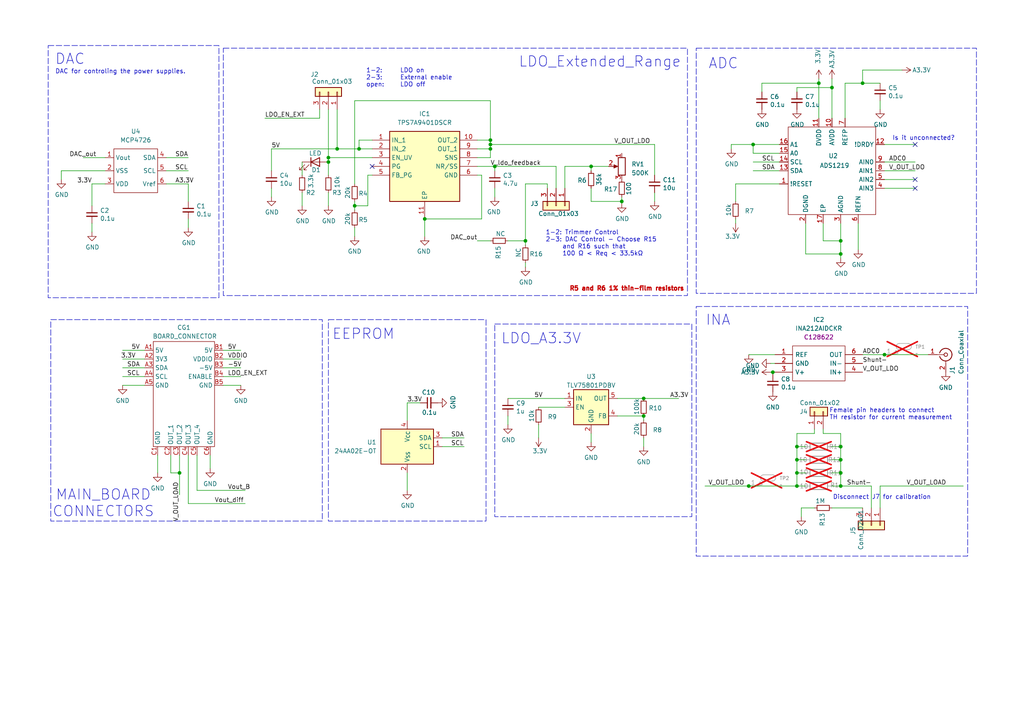
<source format=kicad_sch>
(kicad_sch (version 20250114) (generator "eeschema") (generator_version "9.0")
  (paper "A4")
  (lib_symbols
    (symbol "Connector:Conn_Coaxial" (pin_names (offset 1.016) (hide yes))
      (property "Reference" "J" (at 0.254 3.048 0))
      (property "Value" "Conn_Coaxial" (at 2.921 0 90))
      (symbol "Conn_Coaxial_0_1"
        (polyline (pts (xy -2.54 0) (xy -0.508 0)))
        (arc (start 1.778 0) (mid 0.222 -1.8079) (end -1.778 -0.508) (stroke (width 0.254)))
        (arc (start -1.778 0.508) (mid 0.2221 1.8084) (end 1.778 0) (stroke (width 0.254)))
        (circle (center 0 0) (radius 0.508) (stroke (width 0.2032)))
        (polyline (pts (xy 0 -2.54) (xy 0 -1.778)))
      )
      (symbol "Conn_Coaxial_1_1"
        (pin passive line (at -5.08 0 0) (length 2.54) (name "In") (number "1"))
        (pin passive line (at 0 -5.08 90) (length 2.54) (name "Ext") (number "2"))
      )
    )
    (symbol "Connector_Generic:Conn_01x02" (pin_names (offset 1.016) (hide yes))
      (property "Reference" "J" (at 0 2.54 0))
      (property "Value" "Conn_01x02" (at 0 -5.08 0))
      (symbol "Conn_01x02_1_1"
        (rectangle (start -1.27 1.27) (end 1.27 -3.81) (stroke (width 0.254)) (fill (type background)))
        (rectangle (start -1.27 0.127) (end 0 -0.127) (stroke (width 0.1524)))
        (rectangle (start -1.27 -2.413) (end 0 -2.667) (stroke (width 0.1524)))
        (pin passive line (at -5.08 0 0) (length 3.81) (name "Pin_1") (number "1"))
        (pin passive line (at -5.08 -2.54 0) (length 3.81) (name "Pin_2") (number "2"))
      )
    )
    (symbol "Connector_Generic:Conn_01x03" (pin_names (offset 1.016) (hide yes))
      (property "Reference" "J" (at 0 5.08 0))
      (property "Value" "Conn_01x03" (at 0 -5.08 0))
      (symbol "Conn_01x03_1_1"
        (rectangle (start -1.27 3.81) (end 1.27 -3.81) (stroke (width 0.254)) (fill (type background)))
        (rectangle (start -1.27 2.667) (end 0 2.413) (stroke (width 0.1524)))
        (rectangle (start -1.27 0.127) (end 0 -0.127) (stroke (width 0.1524)))
        (rectangle (start -1.27 -2.413) (end 0 -2.667) (stroke (width 0.1524)))
        (pin passive line (at -5.08 2.54 0) (length 3.81) (name "Pin_1") (number "1"))
        (pin passive line (at -5.08 0 0) (length 3.81) (name "Pin_2") (number "2"))
        (pin passive line (at -5.08 -2.54 0) (length 3.81) (name "Pin_3") (number "3"))
      )
    )
    (symbol "Device:C_Small" (pin_numbers (hide yes)) (pin_names (offset 0.254) (hide yes))
      (property "Reference" "C" (at 0.254 1.778 0))
      (property "Value" "C_Small" (at 0.254 -2.032 0))
      (symbol "C_Small_0_1"
        (polyline (pts (xy -1.524 0.508) (xy 1.524 0.508)) (stroke (width 0.3048)))
        (polyline (pts (xy -1.524 -0.508) (xy 1.524 -0.508)) (stroke (width 0.3302)))
      )
      (symbol "C_Small_1_1"
        (pin passive line (at 0 2.54 270) (length 2.032) (name "~") (number "1"))
        (pin passive line (at 0 -2.54 90) (length 2.032) (name "~") (number "2"))
      )
    )
    (symbol "Device:LED" (pin_numbers (hide yes)) (pin_names (offset 1.016) (hide yes))
      (property "Reference" "D" (at 0 2.54 0))
      (property "Value" "LED" (at 0 -2.54 0))
      (symbol "LED_0_1"
        (polyline (pts (xy -3.048 -0.762) (xy -4.572 -2.286) (xy -3.81 -2.286) (xy -4.572 -2.286) (xy -4.572 -1.524)))
        (polyline (pts (xy -1.778 -0.762) (xy -3.302 -2.286) (xy -2.54 -2.286) (xy -3.302 -2.286) (xy -3.302 -1.524)))
        (polyline (pts (xy -1.27 0) (xy 1.27 0)))
        (polyline (pts (xy -1.27 -1.27) (xy -1.27 1.27)) (stroke (width 0.254)))
        (polyline (pts (xy 1.27 -1.27) (xy 1.27 1.27) (xy -1.27 0) (xy 1.27 -1.27)) (stroke (width 0.254)))
      )
      (symbol "LED_1_1"
        (pin passive line (at -3.81 0 0) (length 2.54) (name "K") (number "1"))
        (pin passive line (at 3.81 0 180) (length 2.54) (name "A") (number "2"))
      )
    )
    (symbol "Device:R" (pin_numbers (hide yes)) (pin_names (offset 0))
      (property "Reference" "R" (at 2.032 0 90))
      (property "Value" "R" (at 0 0 90))
      (symbol "R_0_1"
        (rectangle (start -1.016 -2.54) (end 1.016 2.54) (stroke (width 0.254)))
      )
      (symbol "R_1_1"
        (pin passive line (at 0 3.81 270) (length 1.27) (name "~") (number "1"))
        (pin passive line (at 0 -3.81 90) (length 1.27) (name "~") (number "2"))
      )
    )
    (symbol "Device:R_Potentiometer" (pin_names (offset 1.016) (hide yes))
      (property "Reference" "RV" (at -4.445 0 90))
      (property "Value" "R_Potentiometer" (at -2.54 0 90))
      (symbol "R_Potentiometer_0_1"
        (rectangle (start 1.016 2.54) (end -1.016 -2.54) (stroke (width 0.254)))
        (polyline (pts (xy 1.143 0) (xy 2.286 0.508) (xy 2.286 -0.508) (xy 1.143 0)) (fill (type outline)))
        (polyline (pts (xy 2.54 0) (xy 1.524 0)))
      )
      (symbol "R_Potentiometer_1_1"
        (pin passive line (at 0 3.81 270) (length 1.27) (name "1") (number "1"))
        (pin passive line (at 0 -3.81 90) (length 1.27) (name "3") (number "3"))
        (pin passive line (at 3.81 0 180) (length 1.27) (name "2") (number "2"))
      )
    )
    (symbol "Device:R_Small" (pin_numbers (hide yes)) (pin_names (offset 0.254) (hide yes))
      (property "Reference" "R" (at 0.762 0.508 0))
      (property "Value" "R_Small" (at 0.762 -1.016 0))
      (symbol "R_Small_0_1"
        (rectangle (start -0.762 1.778) (end 0.762 -1.778) (stroke (width 0.2032)))
      )
      (symbol "R_Small_1_1"
        (pin passive line (at 0 2.54 270) (length 0.762) (name "~") (number "1"))
        (pin passive line (at 0 -2.54 90) (length 0.762) (name "~") (number "2"))
      )
    )
    (symbol "External-lib:ADS1219"
      (property "Reference" "U" (at 0 0 0))
      (symbol "ADS1219_0_1"
        (rectangle (start -12.7 12.7) (end 12.7 -12.7))
      )
      (symbol "ADS1219_1_1"
        (pin input line (at -15.24 7.62 0) (length 2.54) (name "A1") (number "16"))
        (pin input line (at -15.24 5.08 0) (length 2.54) (name "A0") (number "15"))
        (pin input line (at -15.24 2.54 0) (length 2.54) (name "SCL") (number "14"))
        (pin bidirectional line (at -15.24 0 0) (length 2.54) (name "SDA") (number "13"))
        (pin bidirectional line (at -15.24 -3.81 0) (length 2.54) (name "!RESET") (number "1"))
        (pin bidirectional line (at -7.62 -15.24 90) (length 2.54) (name "DGND") (number "2"))
        (pin bidirectional line (at -3.81 15.24 270) (length 2.54) (name "DVDD") (number "11"))
        (pin bidirectional line (at -2.54 -15.24 90) (length 2.54) (name "EP") (number "17"))
        (pin bidirectional line (at 0 15.24 270) (length 2.54) (name "AVDD") (number "10"))
        (pin bidirectional line (at 2.54 -15.24 90) (length 2.54) (name "AGND") (number "3"))
        (pin bidirectional line (at 3.81 15.24 270) (length 2.54) (name "REFP") (number "7"))
        (pin bidirectional line (at 7.62 -15.24 90) (length 2.54) (name "REFN") (number "6"))
        (pin bidirectional line (at 15.24 7.62 180) (length 2.54) (name "!DRDY") (number "12"))
        (pin bidirectional line (at 15.24 2.54 180) (length 2.54) (name "AIN0") (number "9"))
        (pin bidirectional line (at 15.24 0 180) (length 2.54) (name "AIN1") (number "8"))
        (pin bidirectional line (at 15.24 -2.54 180) (length 2.54) (name "AIN2") (number "5"))
        (pin bidirectional line (at 15.24 -5.08 180) (length 2.54) (name "AIN3") (number "4"))
      )
    )
    (symbol "External-lib:INA212AIDCKR" (pin_names (offset 0.762))
      (property "Reference" "IC" (at 21.59 7.62 0))
      (property "Value" "INA212AIDCKR" (at 21.59 5.08 0))
      (property "LCSC" "C128622" (at 0 0 0))
      (symbol "INA212AIDCKR_0_0"
        (pin passive line (at 0 0 0) (length 5.08) (name "REF") (number "1"))
        (pin passive line (at 0 -2.54 0) (length 5.08) (name "GND") (number "2"))
        (pin passive line (at 0 -5.08 0) (length 5.08) (name "V+") (number "3"))
        (pin passive line (at 25.4 0 180) (length 5.08) (name "OUT") (number "6"))
        (pin passive line (at 25.4 -2.54 180) (length 5.08) (name "IN-") (number "5"))
        (pin passive line (at 25.4 -5.08 180) (length 5.08) (name "IN+") (number "4"))
      )
      (symbol "INA212AIDCKR_0_1"
        (polyline (pts (xy 5.08 2.54) (xy 20.32 2.54) (xy 20.32 -7.62) (xy 5.08 -7.62) (xy 5.08 2.54)) (stroke (width 0.1524)))
      )
    )
    (symbol "External-lib:MCP4726-SOT23"
      (property "Reference" "U" (at 0 0 0))
      (symbol "MCP4726-SOT23_0_1"
        (rectangle (start -6.35 6.35) (end 6.35 -6.35))
      )
      (symbol "MCP4726-SOT23_1_1"
        (pin unspecified line (at -8.89 3.81 0) (length 2.54) (name "Vout") (number "1"))
        (pin unspecified line (at -8.89 0 0) (length 2.54) (name "VSS") (number "2"))
        (pin unspecified line (at -8.89 -3.81 0) (length 2.54) (name "VDD") (number "3"))
        (pin unspecified line (at 8.89 3.81 180) (length 2.54) (name "SDA") (number "4"))
        (pin unspecified line (at 8.89 0 180) (length 2.54) (name "SCL") (number "5"))
        (pin unspecified line (at 8.89 -3.81 180) (length 2.54) (name "Vref") (number "6"))
      )
    )
    (symbol "GND_1" (power) (pin_numbers (hide yes)) (pin_names (offset 0) (hide yes))
      (property "Value" "GND" (at 0 -3.81 0))
      (symbol "GND_1_0_1"
        (polyline (pts (xy 0 0) (xy 0 -1.27) (xy 1.27 -1.27) (xy 0 -2.54) (xy -1.27 -1.27) (xy 0 -1.27)))
      )
      (symbol "GND_1_1_1"
        (pin power_in line (at 0 0 270) (length 0) (name "~") (number "1"))
      )
    )
    (symbol "Library:TP"
      (property "Reference" "TP" (at -0.3048 0.9144 0))
      (symbol "TP_0_1"
        (polyline (pts (xy 2.54 0) (xy 3.302 1.27) (xy 3.9624 0.381) (xy 2.54 0)))
        (polyline (pts (xy 3.6576 0.8382) (xy 4.5466 1.4478)))
        (polyline (pts (xy 4.2418 3.2512) (xy 6.9596 3.2512)))
        (arc (start 4.263 1.4501) (mid 3.3878 2.3643) (end 4.2884 3.2535))
        (arc (start 6.9086 3.2558) (mid 7.7841 2.3413) (end 6.8832 1.4524))
        (polyline (pts (xy 6.9298 1.4547) (xy 4.212 1.4547)))
      )
      (symbol "TP_1_0"
        (pin unspecified line (at 0 0 0) (length 2.54) (name "") (number "1"))
      )
    )
    (symbol "Memory_EEPROM:24AA02E-OT"
      (property "Reference" "U" (at -7.62 6.35 0))
      (property "Value" "24AA02E-OT" (at 2.54 -6.35 0))
      (symbol "24AA02E-OT_1_1"
        (rectangle (start -7.62 5.08) (end 7.62 -5.08) (stroke (width 0.254)) (fill (type background)))
        (pin no_connect line (at -10.16 0 0) (length 2.54) (hide yes) (name "NC") (number "5"))
        (pin power_in line (at 0 7.62 270) (length 2.54) (name "V_{CC}") (number "4"))
        (pin power_in line (at 0 -7.62 90) (length 2.54) (name "V_{SS}") (number "2"))
        (pin bidirectional line (at 10.16 2.54 180) (length 2.54) (name "SDA") (number "3"))
        (pin input line (at 10.16 0 180) (length 2.54) (name "SCL") (number "1"))
      )
    )
    (symbol "PCB-connectors-lib:chewing-gum-board" (in_bom no)
      (property "Reference" "CG" (at 1.778 31.75 0))
      (symbol "chewing-gum-board_0_1"
        (rectangle (start 0 30.48) (end 17.78 0))
      )
      (symbol "chewing-gum-board_1_1"
        (pin bidirectional line (at -2.54 27.94 0) (length 2.54) (name "5V") (number "A1"))
        (pin input line (at -2.54 25.4 0) (length 2.54) (name "3V3") (number "A2"))
        (pin bidirectional line (at -2.54 22.86 0) (length 2.54) (name "SDA") (number "A3"))
        (pin output line (at -2.54 20.32 0) (length 2.54) (name "SCL") (number "A4"))
        (pin output line (at -2.54 17.78 0) (length 2.54) (name "GND") (number "A5"))
        (pin bidirectional line (at 1.27 -2.54 90) (length 2.54) (name "GND") (number "C1"))
        (pin output line (at 5.08 -2.54 90) (length 2.54) (name "OUT_1") (number "C2"))
        (pin output line (at 7.62 -2.54 90) (length 2.54) (name "OUT_2") (number "C3"))
        (pin output line (at 10.16 -2.54 90) (length 2.54) (name "OUT_3") (number "C4"))
        (pin output line (at 12.7 -2.54 90) (length 2.54) (name "OUT_4") (number "C5"))
        (pin bidirectional line (at 16.51 -2.54 90) (length 2.54) (name "GND") (number "C6"))
        (pin input line (at 20.32 27.94 180) (length 2.54) (name "5V") (number "B1"))
        (pin bidirectional line (at 20.32 25.4 180) (length 2.54) (name "VDDIO") (number "B2"))
        (pin bidirectional line (at 20.32 22.86 180) (length 2.54) (name "-5V") (number "B3"))
        (pin bidirectional line (at 20.32 20.32 180) (length 2.54) (name "ENABLE") (number "B4"))
        (pin input line (at 20.32 17.78 180) (length 2.54) (name "GND") (number "B5"))
      )
    )
    (symbol "Regulator_Linear:TLV75801PDBV"
      (property "Reference" "U" (at -3.81 6.35 0))
      (property "Value" "TLV75801PDBV" (at 0 6.35 0))
      (symbol "TLV75801PDBV_0_1"
        (rectangle (start 5.08 -5.08) (end -5.08 5.08) (stroke (width 0.254)) (fill (type background)))
      )
      (symbol "TLV75801PDBV_1_1"
        (pin power_in line (at -7.62 2.54 0) (length 2.54) (name "IN") (number "1"))
        (pin input line (at -7.62 0 0) (length 2.54) (name "EN") (number "3"))
        (pin power_in line (at 0 -7.62 90) (length 2.54) (name "GND") (number "2"))
        (pin power_out line (at 7.62 2.54 180) (length 2.54) (name "OUT") (number "5"))
        (pin input line (at 7.62 -2.54 180) (length 2.54) (name "FB") (number "4"))
      )
    )
    (symbol "TPS7A9401DSCR:TPS7A9401DSCR"
      (property "Reference" "IC" (at 26.67 7.62 0))
      (property "Value" "TPS7A9401DSCR" (at 26.67 5.08 0))
      (symbol "TPS7A9401DSCR_1_1"
        (rectangle (start 5.08 2.54) (end 25.4 -17.78) (stroke (width 0.254)) (fill (type background)))
        (pin passive line (at 0 0 0) (length 5.08) (name "IN_1") (number "1"))
        (pin passive line (at 0 -2.54 0) (length 5.08) (name "IN_2") (number "2"))
        (pin passive line (at 0 -5.08 0) (length 5.08) (name "EN_UV") (number "3"))
        (pin passive line (at 0 -7.62 0) (length 5.08) (name "PG") (number "4"))
        (pin passive line (at 0 -10.16 0) (length 5.08) (name "FB_PG") (number "5"))
        (pin passive line (at 15.24 -22.86 90) (length 5.08) (name "EP") (number "11"))
        (pin passive line (at 30.48 0 180) (length 5.08) (name "OUT_2") (number "10"))
        (pin passive line (at 30.48 -2.54 180) (length 5.08) (name "OUT_1") (number "9"))
        (pin passive line (at 30.48 -5.08 180) (length 5.08) (name "SNS") (number "8"))
        (pin passive line (at 30.48 -7.62 180) (length 5.08) (name "NR/SS") (number "7"))
        (pin passive line (at 30.48 -10.16 180) (length 5.08) (name "GND") (number "6"))
      )
    )
    (symbol "power:+3.3VA" (power) (pin_names (offset 0))
      (property "Value" "+3.3VA" (at 0 3.556 0))
      (symbol "+3.3VA_0_1"
        (polyline (pts (xy -0.762 1.27) (xy 0 2.54)))
        (polyline (pts (xy 0 2.54) (xy 0.762 1.27)))
        (polyline (pts (xy 0 0) (xy 0 2.54)))
      )
      (symbol "+3.3VA_1_1"
        (pin power_in line (at 0 0 90) (length 0) (hide yes) (name "+3.3VA") (number "1"))
      )
    )
    (symbol "power:GND" (power) (pin_names (offset 0))
      (property "Value" "GND" (at 0 -3.81 0))
      (symbol "GND_0_1"
        (polyline (pts (xy 0 0) (xy 0 -1.27) (xy 1.27 -1.27) (xy 0 -2.54) (xy -1.27 -1.27) (xy 0 -1.27)))
      )
      (symbol "GND_1_1"
        (pin power_in line (at 0 0 270) (length 0) (hide yes) (name "GND") (number "1"))
      )
    )
  )
  (rectangle (start 201.93 13.97) (end 283.21 85.09) (stroke (width 0) (type dash)))
  (rectangle (start 95.25 92.71) (end 140.97 151.13) (stroke (width 0) (type dash)))
  (rectangle (start 143.51 93.98) (end 200.66 149.86) (stroke (width 0) (type dash)))
  (rectangle (start 64.77 13.97) (end 199.39 85.725) (stroke (width 0) (type dash)))
  (rectangle (start 14.732 92.71) (end 93.472 151.13) (stroke (width 0) (type dash)))
  (rectangle (start 201.93 88.9) (end 280.67 161.29) (stroke (width 0) (type dash)))
  (rectangle (start 13.97 13.208) (end 63.5 86.36) (stroke (width 0) (type dash)))
  (text "R5 and R6 1% thin-film resistors" (at 165.1 84.582 0) (effects (font (size 1.27 1.27) (thickness 0.762) (bold yes)) (justify left bottom)))
  (text "Female pin headers to connect \nTH resistor for current measurement" (at 240.538 121.92 0) (effects (font (size 1.27 1.27)) (justify left bottom)))
  (text "MAIN_BOARD\nCONNECTORS\n" (at 29.972 146.05 0) (effects (font (size 3 3))))
  (text "DAC" (at 20.32 17.272 0) (effects (font (size 3 3))))
  (text "1-2:	LDO on\n2-3:	External enable\nopen:	LDO off" (at 106.172 25.4 0) (effects (font (size 1.27 1.27)) (justify left bottom)))
  (text "DAC for controling the power supplies.\n" (at 16.002 21.59 0) (effects (font (size 1.27 1.27)) (justify left bottom)))
  (text "Disconnect J7 for calibration" (at 241.554 145.034 0) (effects (font (size 1.27 1.27)) (justify left bottom)))
  (text "INA\n" (at 208.28 92.964 0) (effects (font (size 3 3))))
  (text "LDO_A3.3V\n" (at 156.972 98.298 0) (effects (font (size 3 3))))
  (text "ADC" (at 209.804 18.542 0) (effects (font (size 3 3))))
  (text "EEPROM\n" (at 105.41 97.028 0) (effects (font (size 3 3))))
  (text "Is it unconnected?" (at 258.826 40.894 0) (effects (font (size 1.27 1.27)) (justify left bottom)))
  (text "1-2: Trimmer Control\n2-3: DAC Control - Choose R15 \n     and R16 such that \n     100 Ω < Req < 33.5kΩ\n" (at 158.242 74.422 0) (effects (font (size 1.27 1.27)) (justify left bottom)))
  (text "LDO_Extended_Range\n" (at 173.99 18.034 0) (effects (font (size 3 3))))
  (junction (at 243.84 69.85))
  (junction (at 142.24 40.64))
  (junction (at 152.4 69.85))
  (junction (at 180.34 58.42))
  (junction (at 250.19 24.13))
  (junction (at 256.54 102.87))
  (junction (at 243.84 133.35))
  (junction (at 95.25 45.72))
  (junction (at 143.51 48.26))
  (junction (at 102.87 59.69))
  (junction (at 243.84 137.16))
  (junction (at 243.84 129.54))
  (junction (at 218.44 41.91))
  (junction (at 231.14 133.35))
  (junction (at 52.07 137.16))
  (junction (at 231.14 137.16))
  (junction (at 186.69 120.65))
  (junction (at 171.45 48.26))
  (junction (at 186.69 115.57))
  (junction (at 241.3 25.4))
  (junction (at 123.19 63.5))
  (junction (at 224.155 107.95))
  (junction (at 97.79 43.18))
  (junction (at 231.14 140.97))
  (junction (at 95.25 46.99))
  (junction (at 243.84 73.66))
  (junction (at 243.84 140.97))
  (junction (at 104.14 43.18))
  (junction (at 237.49 24.13))
  (junction (at 142.24 41.91))
  (junction (at 217.17 140.97))
  (junction (at 231.14 129.54))
  (junction (at 142.24 43.18))
  (no_connect (at 265.43 41.91))
  (no_connect (at 265.43 54.61))
  (no_connect (at 107.95 48.26))
  (no_connect (at 265.43 52.07))
  (wire (pts (xy 95.25 55.88) (xy 95.25 59.69)))
  (wire (pts (xy 243.84 129.54) (xy 243.84 133.35)))
  (wire (pts (xy 218.44 44.45) (xy 226.06 44.45)))
  (wire (pts (xy 97.79 43.18) (xy 104.14 43.18)))
  (wire (pts (xy 60.96 132.08) (xy 60.96 135.89)))
  (wire (pts (xy 241.3 140.97) (xy 243.84 140.97)))
  (wire (pts (xy 107.95 40.64) (xy 104.14 40.64)))
  (wire (pts (xy 256.54 49.53) (xy 265.43 49.53)))
  (wire (pts (xy 241.3 22.86) (xy 241.3 25.4)))
  (wire (pts (xy 97.79 31.75) (xy 97.79 43.18)))
  (wire (pts (xy 179.07 120.65) (xy 186.69 120.65)))
  (wire (pts (xy 48.26 49.53) (xy 54.61 49.53)))
  (wire (pts (xy 95.25 45.72) (xy 95.25 46.99)))
  (wire (pts (xy 231.14 140.97) (xy 233.68 140.97)))
  (wire (pts (xy 158.75 53.34) (xy 158.75 54.61)))
  (wire (pts (xy 52.07 137.16) (xy 52.07 143.51)))
  (wire (pts (xy 223.52 107.95) (xy 224.155 107.95)))
  (wire (pts (xy 250.19 102.87) (xy 256.54 102.87)))
  (wire (pts (xy 78.74 54.61) (xy 78.74 57.15)))
  (wire (pts (xy 243.84 137.16) (xy 243.84 140.97)))
  (wire (pts (xy 218.44 46.99) (xy 226.06 46.99)))
  (wire (pts (xy 142.24 40.64) (xy 142.24 41.91)))
  (wire (pts (xy 128.27 129.54) (xy 134.62 129.54)))
  (wire (pts (xy 243.84 140.97) (xy 252.73 140.97)))
  (wire (pts (xy 138.43 69.85) (xy 142.24 69.85)))
  (wire (pts (xy 152.4 69.85) (xy 152.4 53.34)))
  (wire (pts (xy 54.61 132.08) (xy 54.61 146.05)))
  (wire (pts (xy 143.51 48.26) (xy 143.51 49.53)))
  (wire (pts (xy 250.19 24.13) (xy 255.27 24.13)))
  (wire (pts (xy 231.14 137.16) (xy 231.14 140.97)))
  (wire (pts (xy 189.865 55.88) (xy 189.865 58.42)))
  (wire (pts (xy 237.49 24.13) (xy 237.49 34.29)))
  (wire (pts (xy 186.69 115.57) (xy 196.85 115.57)))
  (wire (pts (xy 238.76 125.73) (xy 243.84 125.73)))
  (wire (pts (xy 49.53 132.08) (xy 49.53 137.16)))
  (wire (pts (xy 156.21 118.11) (xy 163.83 118.11)))
  (wire (pts (xy 218.44 41.91) (xy 226.06 41.91)))
  (wire (pts (xy 245.11 24.13) (xy 245.11 34.29)))
  (wire (pts (xy 142.24 29.21) (xy 142.24 40.64)))
  (wire (pts (xy 255.27 140.97) (xy 279.4 140.97)))
  (wire (pts (xy 256.54 41.91) (xy 265.43 41.91)))
  (wire (pts (xy 147.32 120.65) (xy 147.32 123.19)))
  (wire (pts (xy 243.84 73.66) (xy 243.84 74.93)))
  (wire (pts (xy 238.76 69.85) (xy 243.84 69.85)))
  (wire (pts (xy 231.14 25.4) (xy 231.14 26.67)))
  (wire (pts (xy 138.43 48.26) (xy 143.51 48.26)))
  (wire (pts (xy 171.45 48.26) (xy 176.53 48.26)))
  (wire (pts (xy 138.43 43.18) (xy 142.24 43.18)))
  (wire (pts (xy 245.11 24.13) (xy 250.19 24.13)))
  (wire (pts (xy 204.47 140.97) (xy 217.17 140.97)))
  (wire (pts (xy 64.77 109.22) (xy 69.85 109.22)))
  (wire (pts (xy 54.61 53.34) (xy 54.61 58.42)))
  (wire (pts (xy 87.63 50.8) (xy 87.63 46.99)))
  (wire (pts (xy 171.45 58.42) (xy 180.34 58.42)))
  (wire (pts (xy 92.71 31.75) (xy 92.71 34.29)))
  (wire (pts (xy 78.74 43.18) (xy 78.74 49.53)))
  (wire (pts (xy 163.83 48.26) (xy 171.45 48.26)))
  (wire (pts (xy 102.87 29.21) (xy 142.24 29.21)))
  (wire (pts (xy 142.24 41.91) (xy 189.865 41.91)))
  (wire (pts (xy 35.56 101.6) (xy 41.91 101.6)))
  (wire (pts (xy 243.84 125.73) (xy 243.84 129.54)))
  (wire (pts (xy 237.49 24.13) (xy 220.98 24.13)))
  (wire (pts (xy 161.29 48.26) (xy 161.29 54.61)))
  (wire (pts (xy 104.14 43.18) (xy 107.95 43.18)))
  (wire (pts (xy 142.24 45.72) (xy 142.24 43.18)))
  (wire (pts (xy 233.68 137.16) (xy 231.14 137.16)))
  (wire (pts (xy 256.54 52.07) (xy 265.43 52.07)))
  (wire (pts (xy 64.77 111.76) (xy 69.85 111.76)))
  (wire (pts (xy 143.51 54.61) (xy 143.51 57.15)))
  (wire (pts (xy 106.68 50.8) (xy 106.68 59.69)))
  (wire (pts (xy 256.54 54.61) (xy 265.43 54.61)))
  (wire (pts (xy 243.84 69.85) (xy 243.84 64.77)))
  (wire (pts (xy 106.68 59.69) (xy 102.87 59.69)))
  (wire (pts (xy 128.27 127) (xy 134.62 127)))
  (wire (pts (xy 95.25 45.72) (xy 107.95 45.72)))
  (wire (pts (xy 57.15 132.08) (xy 57.15 142.24)))
  (wire (pts (xy 241.3 25.4) (xy 231.14 25.4)))
  (wire (pts (xy 57.15 142.24) (xy 71.12 142.24)))
  (wire (pts (xy 54.61 146.05) (xy 71.12 146.05)))
  (wire (pts (xy 26.67 53.34) (xy 26.67 59.69)))
  (wire (pts (xy 52.07 132.08) (xy 52.07 137.16)))
  (wire (pts (xy 152.4 69.85) (xy 152.4 71.12)))
  (wire (pts (xy 24.13 45.72) (xy 30.48 45.72)))
  (wire (pts (xy 236.22 124.46) (xy 236.22 125.73)))
  (wire (pts (xy 64.77 106.68) (xy 69.85 106.68)))
  (wire (pts (xy 17.78 49.53) (xy 30.48 49.53)))
  (wire (pts (xy 232.41 147.32) (xy 232.41 149.86)))
  (wire (pts (xy 180.34 57.15) (xy 180.34 58.42)))
  (wire (pts (xy 217.17 102.87) (xy 224.79 102.87)))
  (wire (pts (xy 250.19 20.32) (xy 261.62 20.32)))
  (wire (pts (xy 223.52 105.41) (xy 224.79 105.41)))
  (wire (pts (xy 241.3 133.35) (xy 243.84 133.35)))
  (wire (pts (xy 186.69 120.65) (xy 186.69 121.92)))
  (wire (pts (xy 123.19 63.5) (xy 139.7 63.5)))
  (wire (pts (xy 138.43 40.64) (xy 142.24 40.64)))
  (wire (pts (xy 49.53 137.16) (xy 52.07 137.16)))
  (wire (pts (xy 236.22 147.32) (xy 232.41 147.32)))
  (wire (pts (xy 143.51 48.26) (xy 161.29 48.26)))
  (wire (pts (xy 142.24 43.18) (xy 142.24 41.91)))
  (wire (pts (xy 255.27 140.97) (xy 255.27 147.32)))
  (wire (pts (xy 152.4 53.34) (xy 158.75 53.34)))
  (wire (pts (xy 95.25 50.8) (xy 95.25 46.99)))
  (wire (pts (xy 48.26 53.34) (xy 54.61 53.34)))
  (wire (pts (xy 35.56 109.22) (xy 41.91 109.22)))
  (wire (pts (xy 255.27 29.21) (xy 255.27 31.75)))
  (wire (pts (xy 45.72 132.08) (xy 45.72 137.16)))
  (wire (pts (xy 213.36 63.5) (xy 213.36 64.77)))
  (wire (pts (xy 87.63 55.88) (xy 87.63 59.69)))
  (wire (pts (xy 152.4 76.2) (xy 152.4 77.47)))
  (wire (pts (xy 250.19 24.13) (xy 250.19 20.32)))
  (wire (pts (xy 231.14 129.54) (xy 231.14 133.35)))
  (wire (pts (xy 147.32 69.85) (xy 152.4 69.85)))
  (wire (pts (xy 138.43 50.8) (xy 139.7 50.8)))
  (wire (pts (xy 237.49 22.86) (xy 237.49 24.13)))
  (wire (pts (xy 241.3 129.54) (xy 243.84 129.54)))
  (wire (pts (xy 107.95 50.8) (xy 106.68 50.8)))
  (wire (pts (xy 224.155 107.95) (xy 224.79 107.95)))
  (wire (pts (xy 256.54 102.87) (xy 269.24 102.87)))
  (wire (pts (xy 163.83 48.26) (xy 163.83 54.61)))
  (wire (pts (xy 231.14 125.73) (xy 231.14 129.54)))
  (wire (pts (xy 179.07 115.57) (xy 186.69 115.57)))
  (wire (pts (xy 241.3 25.4) (xy 241.3 34.29)))
  (wire (pts (xy 213.36 53.34) (xy 213.36 58.42)))
  (wire (pts (xy 102.87 58.42) (xy 102.87 59.69)))
  (wire (pts (xy 35.56 104.14) (xy 41.91 104.14)))
  (wire (pts (xy 218.44 49.53) (xy 226.06 49.53)))
  (wire (pts (xy 233.68 73.66) (xy 243.84 73.66)))
  (wire (pts (xy 220.98 24.13) (xy 220.98 26.67)))
  (wire (pts (xy 256.54 46.99) (xy 265.43 46.99)))
  (wire (pts (xy 64.77 101.6) (xy 69.85 101.6)))
  (wire (pts (xy 102.87 66.04) (xy 102.87 68.58)))
  (wire (pts (xy 243.84 133.35) (xy 243.84 137.16)))
  (wire (pts (xy 233.68 64.77) (xy 233.68 73.66)))
  (wire (pts (xy 17.78 49.53) (xy 17.78 52.07)))
  (wire (pts (xy 54.61 63.5) (xy 54.61 66.04)))
  (wire (pts (xy 243.84 69.85) (xy 243.84 73.66)))
  (wire (pts (xy 252.73 147.32) (xy 252.73 140.97)))
  (wire (pts (xy 186.69 127) (xy 186.69 129.54)))
  (wire (pts (xy 218.44 41.91) (xy 212.09 41.91)))
  (wire (pts (xy 95.25 31.75) (xy 95.25 45.72)))
  (wire (pts (xy 171.45 125.73) (xy 171.45 128.27)))
  (wire (pts (xy 231.14 133.35) (xy 231.14 137.16)))
  (wire (pts (xy 171.45 48.26) (xy 171.45 49.53)))
  (wire (pts (xy 238.76 64.77) (xy 238.76 69.85)))
  (wire (pts (xy 139.7 50.8) (xy 139.7 63.5)))
  (wire (pts (xy 123.19 63.5) (xy 123.19 68.58)))
  (wire (pts (xy 30.48 53.34) (xy 26.67 53.34)))
  (wire (pts (xy 102.87 59.69) (xy 102.87 60.96)))
  (wire (pts (xy 35.56 106.68) (xy 41.91 106.68)))
  (wire (pts (xy 35.56 111.76) (xy 41.91 111.76)))
  (wire (pts (xy 238.76 124.46) (xy 238.76 125.73)))
  (wire (pts (xy 233.68 129.54) (xy 231.14 129.54)))
  (wire (pts (xy 171.45 54.61) (xy 171.45 58.42)))
  (wire (pts (xy 233.68 133.35) (xy 231.14 133.35)))
  (wire (pts (xy 26.67 64.77) (xy 26.67 67.31)))
  (wire (pts (xy 189.865 41.91) (xy 189.865 50.8)))
  (wire (pts (xy 217.17 140.97) (xy 231.14 140.97)))
  (wire (pts (xy 212.09 41.91) (xy 212.09 43.18)))
  (wire (pts (xy 48.26 45.72) (xy 54.61 45.72)))
  (wire (pts (xy 218.44 41.91) (xy 218.44 44.45)))
  (wire (pts (xy 102.87 53.34) (xy 102.87 29.21)))
  (wire (pts (xy 156.21 123.19) (xy 156.21 127)))
  (wire (pts (xy 236.22 125.73) (xy 231.14 125.73)))
  (wire (pts (xy 118.11 116.84) (xy 118.11 121.92)))
  (wire (pts (xy 241.3 147.32) (xy 250.19 147.32)))
  (wire (pts (xy 147.32 115.57) (xy 163.83 115.57)))
  (wire (pts (xy 78.74 43.18) (xy 97.79 43.18)))
  (wire (pts (xy 104.14 40.64) (xy 104.14 43.18)))
  (wire (pts (xy 64.77 104.14) (xy 69.85 104.14)))
  (wire (pts (xy 138.43 45.72) (xy 142.24 45.72)))
  (wire (pts (xy 118.11 116.84) (xy 121.92 116.84)))
  (wire (pts (xy 118.11 137.16) (xy 118.11 142.24)))
  (wire (pts (xy 224.155 108.585) (xy 224.155 107.95)))
  (wire (pts (xy 180.34 58.42) (xy 180.34 59.055)))
  (wire (pts (xy 241.3 137.16) (xy 243.84 137.16)))
  (wire (pts (xy 213.36 53.34) (xy 226.06 53.34)))
  (wire (pts (xy 248.92 64.77) (xy 248.92 72.39)))
  (wire (pts (xy 76.835 34.29) (xy 92.71 34.29)))
  (label "5V" (at 78.74 43.18 0))
  (label "V_OUT_LOAD" (at 262.89 140.97 0))
  (label "DAC_out" (at 138.43 69.85 180))
  (label "5V" (at 154.94 115.57 0))
  (label "LDO_EN_EXT" (at 76.835 34.29 0))
  (label "3.3V" (at 26.67 53.34 180))
  (label "SDA" (at 50.8 45.72 0))
  (label "SDA" (at 36.83 106.68 0))
  (label "5V" (at 66.04 101.6 0))
  (label "V_ldo_feedback" (at 142.24 48.26 0))
  (label "5V" (at 38.1 101.6 0))
  (label "SCL" (at 130.81 129.54 0))
  (label "Vout_B" (at 66.04 142.24 0))
  (label "SDA" (at 130.81 127 0))
  (label "Shunt-" (at 252.73 140.97 180))
  (label "DAC_out" (at 27.94 45.72 180))
  (label "SCL" (at 220.98 46.99 0))
  (label "SDA" (at 220.98 49.53 0))
  (label "V_OUT_LDO" (at 215.9 140.97 180))
  (label "3.3V" (at 118.11 116.84 0))
  (label "ADC0" (at 257.81 46.99 0))
  (label "SCL" (at 36.83 109.22 0))
  (label "V_OUT_LOAD" (at 52.07 139.7 270))
  (label "LDO_EN_EXT" (at 66.04 109.22 0))
  (label "SCL" (at 50.8 49.53 0))
  (label "V_OUT_LDO" (at 250.19 107.95 0))
  (label "A3.3V" (at 194.31 115.57 0))
  (label "3.3V" (at 39.37 104.14 180))
  (label "VDDIO" (at 66.04 104.14 0))
  (label "V_OUT_LDO" (at 257.81 49.53 0))
  (label "-5V" (at 66.04 106.68 0))
  (label "V_OUT_LDO" (at 188.595 41.91 180))
  (label "ADC0" (at 250.19 102.87 0))
  (label "Shunt-" (at 250.19 105.41 0))
  (label "A3.3V" (at 50.8 53.34 0))
  (label "Vout_diff" (at 62.23 146.05 0))
  (symbol (lib_id "power:+3.3VA") (at 213.36 64.77 180) (unit 1)
    (property "Reference" "#PWR012" (effects (hide yes)))
    (property "Value" "3.3V" (at 210.312 68.58 0) (effects (justify right)))
  )
  (symbol (lib_id "Device:R") (at 237.49 137.16 270) (unit 1) (dnp yes)
    (property "Reference" "R11" (at 242.316 137.16 90))
    (property "Value" "10" (at 233.172 136.906 90))
    (property "Footprint" "Resistor_SMD:R_2010_5025Metric_Pad1.40x2.65mm_HandSolder" (effects (hide yes)))
  )
  (symbol (lib_id "External-lib:INA212AIDCKR") (at 224.79 102.87 0) (unit 1)
    (property "Reference" "IC2" (at 237.49 92.71 0))
    (property "Value" "INA212AIDCKR" (at 237.49 95.25 0))
    (property "Footprint" "Package_TO_SOT_SMD:SOT-363_SC-70-6" (effects (hide yes)))
    (property "Datasheet" "https://www.ti.com/lit/ds/symlink/ina210.pdf" (effects (hide yes)))
    (property "Description" "26V, Bi-Directional, Zero-Drift, Low-/High-Side, Voltage Output Current Sense Amplifier" (effects (hide yes)))
    (property "Height" "1.1" (effects (hide yes)))
    (property "Manufacturer_Name" "Texas Instruments" (effects (hide yes)))
    (property "Manufacturer_Part_Number" "INA212AIDCKR" (effects (hide yes)))
    (property "Mouser Part Number" "595-INA212AIDCKR" (effects (hide yes)))
    (property "Mouser Price/Stock" "https://www.mouser.ch/ProductDetail/Texas-Instruments/INA212AIDCKR?qs=qU0TI%2FZyA%252BznWmS%252B7ZZfYw%3D%3D" (effects (hide yes)))
    (property "Arrow Part Number" "INA212AIDCKR" (effects (hide yes)))
    (property "Arrow Price/Stock" "https://www.arrow.com/en/products/ina210cidckr/texas-instruments?region=nac" (effects (hide yes)))
    (property "LCSC" "C128622" (at 237.49 97.79 0))
  )
  (symbol (lib_id "Device:R_Small") (at 180.34 54.61 0) (mirror y) (unit 1)
    (property "Reference" "R17" (at 179.07 54.864 0) (effects (justify left)))
    (property "Value" "100" (at 182.372 56.642 90) (effects (justify left)))
    (property "Footprint" "Resistor_SMD:R_0603_1608Metric" (effects (hide yes)))
    (property "Digikey Part Number" "P10KGCT-ND" (effects (hide yes)))
    (property "Mouser Part Number" "667-ERJ-3GEYJ103V" (effects (hide yes)))
    (property "LCSC" "C23147" (effects (hide yes)))
  )
  (symbol (lib_id "power:GND") (at 95.25 59.69 0) (unit 1)
    (property "Reference" "#PWR5" (effects (hide yes)))
    (property "Value" "GND" (at 95.377 64.0842 0))
  )
  (symbol (lib_id "Device:C_Small") (at 26.67 62.23 0) (unit 1)
    (property "Reference" "C2" (at 29.0068 61.0616 0) (effects (justify left)))
    (property "Value" "0.1u" (at 29.0068 63.373 0) (effects (justify left)))
    (property "Footprint" "Capacitor_SMD:C_0603_1608Metric" (effects (hide yes)))
    (property "Digikey Part Number" "399-9158-1-ND" (effects (hide yes)))
    (property "Mouser Part Number" "80-C0805C104Z3V" (effects (hide yes)))
    (property "LCSC" "C1590" (effects (hide yes)))
  )
  (symbol (lib_id "power:GND") (at 186.69 129.54 0) (unit 1)
    (property "Reference" "#PWR022" (effects (hide yes)))
    (property "Value" "GND" (at 186.69 133.985 0))
  )
  (symbol (lib_id "power:GND") (at 248.92 72.39 0) (unit 1)
    (property "Reference" "#PWR014" (effects (hide yes)))
    (property "Value" "GND" (at 249.047 76.7842 0))
  )
  (symbol (lib_id "Device:C_Small") (at 54.61 60.96 0) (unit 1)
    (property "Reference" "C1" (at 56.9468 59.7916 0) (effects (justify left)))
    (property "Value" "0.1u" (at 56.9468 62.103 0) (effects (justify left)))
    (property "Footprint" "Capacitor_SMD:C_0603_1608Metric" (effects (hide yes)))
    (property "Digikey Part Number" "399-9158-1-ND" (effects (hide yes)))
    (property "Mouser Part Number" "80-C0805C104Z3V" (effects (hide yes)))
    (property "LCSC" "C1590" (effects (hide yes)))
  )
  (symbol (lib_id "Memory_EEPROM:24AA02E-OT") (at 118.11 129.54 0) (unit 1)
    (property "Reference" "U1" (at 109.22 128.2699 0) (effects (justify right)))
    (property "Value" "24AA02E-OT" (at 109.22 130.8099 0) (effects (justify right)))
    (property "Footprint" "Package_TO_SOT_SMD:SOT-23-5" (effects (hide yes)))
    (property "Datasheet" "https://ww1.microchip.com/downloads/aemDocuments/documents/MPD/ProductDocuments/DataSheets/2-Kbit-I2C-Serial-EEPROMs-+EUI-48-or-EUI-64-Node-20002124.pdf" (effects (hide yes)))
    (property "Description" "I2C Serial EEPROM with EUI-48 or EUI-64, 2Kb, SOT-23-5" (effects (hide yes)))
    (property "LCSC" "C38987" (effects (hide yes)))
  )
  (symbol (lib_id "Device:C_Small") (at 78.74 52.07 0) (unit 1)
    (property "Reference" "C4" (at 81.0768 50.9016 0) (effects (justify left)))
    (property "Value" "10u" (at 81.0768 53.213 0) (effects (justify left)))
    (property "Footprint" "Capacitor_SMD:C_0603_1608Metric" (effects (hide yes)))
    (property "Digikey Part Number" "399-9158-1-ND" (effects (hide yes)))
    (property "Mouser Part Number" "80-C0805C104Z3V" (effects (hide yes)))
    (property "LCSC" "C19702" (effects (hide yes)))
  )
  (symbol (lib_id "Device:C_Small") (at 147.32 118.11 0) (unit 1)
    (property "Reference" "C9" (at 149.6568 116.9416 0) (effects (justify left)))
    (property "Value" "1u" (at 149.6568 119.253 0) (effects (justify left)))
    (property "Footprint" "Capacitor_SMD:C_0603_1608Metric" (effects (hide yes)))
    (property "Digikey Part Number" "399-9158-1-ND" (effects (hide yes)))
    (property "Mouser Part Number" "80-C0805C104Z3V" (effects (hide yes)))
    (property "LCSC" "C1592" (effects (hide yes)))
  )
  (symbol (lib_id "Device:R_Small") (at 102.87 63.5 0) (mirror y) (unit 1)
    (property "Reference" "R5" (at 106.68 63.754 0) (effects (justify left)))
    (property "Value" "20k" (at 100.838 65.278 90) (effects (justify left)))
    (property "Footprint" "Resistor_SMD:R_0603_1608Metric" (effects (hide yes)))
    (property "Digikey Part Number" "P10KGCT-ND" (effects (hide yes)))
    (property "Mouser Part Number" "667-ERJ-3GEYJ103V" (effects (hide yes)))
    (property "LCSC" "C23063" (effects (hide yes)))
  )
  (symbol (lib_id "PCB-connectors-lib:chewing-gum-board") (at 44.45 129.54 0) (unit 1) (in_bom no)
    (property "Reference" "CG1" (at 53.34 94.996 0))
    (property "Value" "BOARD_CONNECTOR" (at 53.594 97.536 0))
    (property "Footprint" "heep-footprints:chewing-gum-pcb" (effects (hide yes)))
  )
  (symbol (lib_id "Connector_Generic:Conn_01x03") (at 252.73 152.4 270) (unit 1)
    (property "Reference" "J5" (at 247.396 153.924 0))
    (property "Value" "Conn_02x01" (at 249.682 153.67 0))
    (property "Footprint" "Connector_PinHeader_2.54mm:PinHeader_1x03_P2.54mm_Vertical" (effects (hide yes)))
    (property "Description" "Generic connector, single row, 01x03, script generated (kicad-library-utils/schlib/autogen/connector/)" (effects (hide yes)))
  )
  (symbol (lib_id "power:GND") (at 45.72 137.16 0) (unit 1)
    (property "Reference" "#PWR011" (effects (hide yes)))
    (property "Value" "GND" (at 45.72 141.605 0))
  )
  (symbol (lib_id "power:GND") (at 224.155 113.665 0) (unit 1)
    (property "Reference" "#PWR062" (effects (hide yes)))
    (property "Value" "GND" (at 224.155 118.11 0))
  )
  (symbol (lib_id "power:GND") (at 54.61 66.04 0) (unit 1)
    (property "Reference" "#PWR026" (effects (hide yes)))
    (property "Value" "GND" (at 54.737 70.4342 0))
  )
  (symbol (lib_id "power:GND") (at 232.41 149.86 0) (unit 1)
    (property "Reference" "#PWR031" (effects (hide yes)))
    (property "Value" "GND" (at 232.41 154.305 0))
  )
  (symbol (lib_id "Device:R") (at 237.49 133.35 270) (unit 1) (dnp yes)
    (property "Reference" "R12" (at 242.062 133.35 90))
    (property "Value" "10" (at 232.918 133.35 90))
    (property "Footprint" "Resistor_SMD:R_1206_3216Metric_Pad1.30x1.75mm_HandSolder" (effects (hide yes)))
  )
  (symbol (lib_id "Connector_Generic:Conn_01x03") (at 161.29 59.69 270) (unit 1)
    (property "Reference" "J3" (at 156.21 59.055 90) (effects (justify right)))
    (property "Value" "Conn_01x03" (at 167.894 61.976 90) (effects (justify right)))
    (property "Footprint" "Connector_PinHeader_2.54mm:PinHeader_1x03_P2.54mm_Vertical" (effects (hide yes)))
  )
  (symbol (lib_id "power:GND") (at 152.4 77.47 0) (unit 1)
    (property "Reference" "#PWR7" (effects (hide yes)))
    (property "Value" "GND" (at 152.527 81.8642 0))
  )
  (symbol (lib_id "power:GND") (at 17.78 52.07 0) (unit 1)
    (property "Reference" "#PWR028" (effects (hide yes)))
    (property "Value" "GND" (at 17.907 56.4642 0))
  )
  (symbol (lib_id "Device:R") (at 237.49 129.54 270) (unit 1) (dnp yes)
    (property "Reference" "R14" (at 242.316 129.54 90))
    (property "Value" "10" (at 233.172 129.54 90))
    (property "Footprint" "Resistor_SMD:R_2512_6332Metric_Pad1.40x3.35mm_HandSolder" (effects (hide yes)))
  )
  (symbol (lib_id "Regulator_Linear:TLV75801PDBV") (at 171.45 118.11 0) (unit 1)
    (property "Reference" "U3" (at 171.45 109.22 0))
    (property "Value" "TLV75801PDBV" (at 171.45 111.76 0))
    (property "Footprint" "Package_TO_SOT_SMD:SOT-23-5" (effects (hide yes)))
    (property "Datasheet" "https://www.ti.com/lit/ds/symlink/tlv758p.pdf" (effects (hide yes)))
    (property "LCSC" "C2877852" (effects (hide yes)))
  )
  (symbol (lib_id "power:GND") (at 87.63 59.69 0) (unit 1)
    (property "Reference" "#PWR2" (effects (hide yes)))
    (property "Value" "GND" (at 87.757 64.0842 0))
  )
  (symbol (lib_id "power:+3.3VA") (at 156.21 127 180) (unit 1)
    (property "Reference" "#PWR025" (effects (hide yes)))
    (property "Value" "3.3V" (at 154.432 130.81 0) (effects (justify right)))
  )
  (symbol (lib_id "Device:C_Small") (at 143.51 52.07 0) (unit 1)
    (property "Reference" "C3" (at 145.8468 50.9016 0) (effects (justify left)))
    (property "Value" "4.7u" (at 145.8468 53.213 0) (effects (justify left)))
    (property "Footprint" "Capacitor_SMD:C_0603_1608Metric" (effects (hide yes)))
    (property "Digikey Part Number" "399-9158-1-ND" (effects (hide yes)))
    (property "Mouser Part Number" "80-C0805C104Z3V" (effects (hide yes)))
    (property "LCSC" "C84419" (effects (hide yes)))
  )
  (symbol (lib_id "power:GND") (at 189.865 58.42 0) (unit 1)
    (property "Reference" "#PWR041" (effects (hide yes)))
    (property "Value" "GND" (at 189.992 62.8142 0))
  )
  (symbol (lib_id "Connector_Generic:Conn_01x02") (at 236.22 119.38 90) (unit 1)
    (property "Reference" "J4" (at 231.902 119.38 90) (effects (justify right)))
    (property "Value" "Conn_01x02" (at 231.902 116.84 90) (effects (justify right)))
    (property "Footprint" "Connector_PinSocket_2.54mm:PinSocket_1x02_P2.54mm_Vertical" (effects (hide yes)))
    (property "Description" "Generic connector, single row, 01x02, script generated (kicad-library-utils/schlib/autogen/connector/)" (effects (hide yes)))
  )
  (symbol (lib_id "Device:R_Small") (at 87.63 53.34 0) (mirror y) (unit 1)
    (property "Reference" "R2" (at 91.44 55.88 0) (effects (justify left)))
    (property "Value" "3.3k" (at 90.17 54.61 90) (effects (justify left)))
    (property "Footprint" "Resistor_SMD:R_0603_1608Metric" (effects (hide yes)))
    (property "Digikey Part Number" "P10KGCT-ND" (effects (hide yes)))
    (property "Mouser Part Number" "667-ERJ-3GEYJ103V" (effects (hide yes)))
    (property "LCSC" "C21190" (effects (hide yes)))
  )
  (symbol (lib_id "TPS7A9401DSCR:TPS7A9401DSCR") (at 107.95 40.64 0) (unit 1)
    (property "Reference" "IC1" (at 123.19 33.02 0))
    (property "Value" "TPS7A9401DSCR" (at 123.19 35.56 0))
    (property "Footprint" "TPS7A9401DSCR:SON50P300X300X80-11N-D" (effects (hide yes)))
    (property "Datasheet" "https://www.ti.com/general/docs/suppproductinfo.tsp?distId=26&gotoUrl=https://www.ti.com/lit/gpn/tps7a94" (effects (hide yes)))
    (property "Description" "LDO Voltage Regulators 1-A, ultra-low noise, ultra-high PSRR, RF voltage regulator" (effects (hide yes)))
    (property "Height" "0.8" (effects (hide yes)))
    (property "Mouser Part Number" "595-TPS7A9401DSCR" (effects (hide yes)))
    (property "Mouser Price/Stock" "https://www.mouser.co.uk/ProductDetail/Texas-Instruments/TPS7A9401DSCR?qs=vvQtp7zwQdMtpMCj0ktWqw%3D%3D" (effects (hide yes)))
    (property "Manufacturer_Name" "Texas Instruments" (effects (hide yes)))
    (property "Manufacturer_Part_Number" "TPS7A9401DSCR" (effects (hide yes)))
  )
  (symbol (lib_id "power:+3.3VA") (at 223.52 107.95 90) (unit 1)
    (property "Reference" "#PWR049" (effects (hide yes)))
    (property "Value" "A3.3V" (at 214.884 107.95 90) (effects (justify right)))
  )
  (symbol (lib_id "Device:C_Small") (at 224.155 111.125 0) (unit 1)
    (property "Reference" "C8" (at 226.4918 109.9566 0) (effects (justify left)))
    (property "Value" "0.1u" (at 226.4918 112.268 0) (effects (justify left)))
    (property "Footprint" "Capacitor_SMD:C_0603_1608Metric" (effects (hide yes)))
    (property "Digikey Part Number" "399-9158-1-ND" (effects (hide yes)))
    (property "Mouser Part Number" "80-C0805C104Z3V" (effects (hide yes)))
    (property "LCSC" "C1590" (effects (hide yes)))
  )
  (symbol (lib_id "Device:R_Small") (at 102.87 55.88 0) (mirror y) (unit 1)
    (property "Reference" "R4" (at 106.68 56.134 0) (effects (justify left)))
    (property "Value" "20k" (at 100.838 57.658 90) (effects (justify left)))
    (property "Footprint" "Resistor_SMD:R_0603_1608Metric" (effects (hide yes)))
    (property "Digikey Part Number" "P10KGCT-ND" (effects (hide yes)))
    (property "Mouser Part Number" "667-ERJ-3GEYJ103V" (effects (hide yes)))
    (property "LCSC" "C23063" (effects (hide yes)))
  )
  (symbol (lib_id "power:GND") (at 220.98 31.75 0) (unit 1)
    (property "Reference" "#PWR019" (effects (hide yes)))
    (property "Value" "GND" (at 221.107 36.1442 0))
  )
  (symbol (lib_id "power:GND") (at 231.14 31.75 0) (unit 1)
    (property "Reference" "#PWR020" (effects (hide yes)))
    (property "Value" "GND" (at 231.267 36.1442 0))
  )
  (symbol (lib_name "GND_1") (lib_id "power:GND") (at 123.19 68.58 0) (unit 1)
    (property "Reference" "#PWR040" (effects (hide yes)))
    (property "Value" "GND" (at 122.936 72.898 0))
    (property "Description" "Power symbol creates a global label with name \"GND\" , ground" (effects (hide yes)))
  )
  (symbol (lib_id "power:GND") (at 60.96 135.89 0) (unit 1)
    (property "Reference" "#PWR08" (effects (hide yes)))
    (property "Value" "GND" (at 60.96 140.335 0))
  )
  (symbol (lib_id "power:GND") (at 26.67 67.31 0) (unit 1)
    (property "Reference" "#PWR032" (effects (hide yes)))
    (property "Value" "GND" (at 26.797 71.7042 0))
  )
  (symbol (lib_id "Device:R_Small") (at 213.36 60.96 0) (mirror y) (unit 1)
    (property "Reference" "R7" (at 218.694 61.214 0) (effects (justify left)))
    (property "Value" "10k" (at 211.328 62.738 90) (effects (justify left)))
    (property "Footprint" "Resistor_SMD:R_0603_1608Metric" (effects (hide yes)))
    (property "Digikey Part Number" "P10KGCT-ND" (effects (hide yes)))
    (property "Mouser Part Number" "667-ERJ-3GEYJ103V" (effects (hide yes)))
    (property "LCSC" "C98220" (effects (hide yes)))
  )
  (symbol (lib_id "Device:C_Small") (at 189.865 53.34 0) (unit 1)
    (property "Reference" "C11" (at 192.2018 52.1716 0) (effects (justify left)))
    (property "Value" "10u" (at 192.2018 54.483 0) (effects (justify left)))
    (property "Footprint" "Capacitor_SMD:C_0603_1608Metric" (effects (hide yes)))
    (property "Digikey Part Number" "399-9158-1-ND" (effects (hide yes)))
    (property "Mouser Part Number" "80-C0805C104Z3V" (effects (hide yes)))
    (property "LCSC" "C19702" (effects (hide yes)))
  )
  (symbol (lib_id "Device:C_Small") (at 231.14 29.21 0) (unit 1)
    (property "Reference" "C7" (at 233.4768 28.0416 0) (effects (justify left)))
    (property "Value" "0.1u" (at 233.4768 30.353 0) (effects (justify left)))
    (property "Footprint" "Capacitor_SMD:C_0603_1608Metric" (effects (hide yes)))
    (property "Digikey Part Number" "399-9158-1-ND" (effects (hide yes)))
    (property "Mouser Part Number" "80-C0805C104Z3V" (effects (hide yes)))
    (property "LCSC" "C1590" (effects (hide yes)))
  )
  (symbol (lib_id "Device:C_Small") (at 220.98 29.21 0) (unit 1)
    (property "Reference" "C6" (at 223.3168 28.0416 0) (effects (justify left)))
    (property "Value" "0.1u" (at 223.3168 30.353 0) (effects (justify left)))
    (property "Footprint" "Capacitor_SMD:C_0603_1608Metric" (effects (hide yes)))
    (property "Digikey Part Number" "399-9158-1-ND" (effects (hide yes)))
    (property "Mouser Part Number" "80-C0805C104Z3V" (effects (hide yes)))
    (property "LCSC" "C1590" (effects (hide yes)))
  )
  (symbol (lib_id "power:GND") (at 171.45 128.27 0) (unit 1)
    (property "Reference" "#PWR023" (effects (hide yes)))
    (property "Value" "GND" (at 171.45 132.715 0))
  )
  (symbol (lib_id "power:GND") (at 180.34 59.055 0) (unit 1)
    (property "Reference" "#PWR9" (effects (hide yes)))
    (property "Value" "GND" (at 180.467 63.4492 0))
  )
  (symbol (lib_id "Device:R_Small") (at 186.69 124.46 0) (mirror y) (unit 1)
    (property "Reference" "R8" (at 192.024 124.714 0) (effects (justify left)))
    (property "Value" "20k" (at 184.658 126.238 90) (effects (justify left)))
    (property "Footprint" "Resistor_SMD:R_0603_1608Metric" (effects (hide yes)))
    (property "Digikey Part Number" "P10KGCT-ND" (effects (hide yes)))
    (property "Mouser Part Number" "667-ERJ-3GEYJ103V" (effects (hide yes)))
    (property "LCSC" "C4184" (effects (hide yes)))
  )
  (symbol (lib_id "power:GND") (at 127 116.84 90) (unit 1)
    (property "Reference" "#PWR030" (effects (hide yes)))
    (property "Value" "GND" (at 131.3942 116.713 0))
  )
  (symbol (lib_id "Device:C_Small") (at 124.46 116.84 90) (unit 1)
    (property "Reference" "C10" (at 126.238 113.792 90) (effects (justify left)))
    (property "Value" "0.1u" (at 126.746 119.634 90) (effects (justify left)))
    (property "Footprint" "Capacitor_SMD:C_0603_1608Metric" (effects (hide yes)))
    (property "Digikey Part Number" "399-9158-1-ND" (effects (hide yes)))
    (property "Mouser Part Number" "80-C0805C104Z3V" (effects (hide yes)))
    (property "LCSC" "C1590" (effects (hide yes)))
  )
  (symbol (lib_id "power:GND") (at 212.09 43.18 0) (unit 1)
    (property "Reference" "#PWR021" (effects (hide yes)))
    (property "Value" "GND" (at 212.217 47.5742 0))
  )
  (symbol (lib_id "power:GND") (at 35.56 111.76 0) (unit 1)
    (property "Reference" "#PWR04" (effects (hide yes)))
    (property "Value" "GND" (at 35.56 116.205 0))
  )
  (symbol (lib_id "Device:R_Small") (at 238.76 147.32 270) (mirror x) (unit 1)
    (property "Reference" "R13" (at 238.506 152.654 0) (effects (justify left)))
    (property "Value" "1M" (at 236.474 145.288 90) (effects (justify left)))
    (property "Footprint" "Resistor_SMD:R_0402_1005Metric" (effects (hide yes)))
    (property "Digikey Part Number" "P10KGCT-ND" (effects (hide yes)))
    (property "Mouser Part Number" "667-ERJ-3GEYJ103V" (effects (hide yes)))
    (property "LCSC" "C326730" (effects (hide yes)))
  )
  (symbol (lib_id "power:GND") (at 255.27 31.75 0) (unit 1)
    (property "Reference" "#PWR015" (effects (hide yes)))
    (property "Value" "GND" (at 255.397 36.1442 0))
  )
  (symbol (lib_id "power:+3.3VA") (at 237.49 22.86 0) (unit 1)
    (property "Reference" "#PWR017" (effects (hide yes)))
    (property "Value" "3.3V" (at 237.236 14.224 90) (effects (justify right)))
  )
  (symbol (lib_id "Connector_Generic:Conn_01x03") (at 95.25 26.67 270) (mirror x) (unit 1)
    (property "Reference" "J2" (at 90.043 21.59 90) (effects (justify left)))
    (property "Value" "Conn_01x03" (at 90.424 23.622 90) (effects (justify left)))
    (property "Footprint" "Connector_PinHeader_2.54mm:PinHeader_1x03_P2.54mm_Vertical" (effects (hide yes)))
  )
  (symbol (lib_id "Device:R") (at 237.49 140.97 270) (unit 1) (dnp yes)
    (property "Reference" "R1" (at 242.062 140.716 90))
    (property "Value" "10" (at 233.172 140.97 90))
    (property "Footprint" "Resistor_SMD:R_0805_2012Metric_Pad1.20x1.40mm_HandSolder" (effects (hide yes)))
  )
  (symbol (lib_id "power:GND") (at 147.32 123.19 0) (unit 1)
    (property "Reference" "#PWR024" (effects (hide yes)))
    (property "Value" "GND" (at 147.447 127.5842 0))
  )
  (symbol (lib_id "power:GND") (at 78.74 57.15 0) (unit 1)
    (property "Reference" "#PWR043" (effects (hide yes)))
    (property "Value" "GND" (at 78.867 61.5442 0))
  )
  (symbol (lib_id "Device:LED") (at 91.44 46.99 0) (unit 1)
    (property "Reference" "D1" (at 91.694 49.276 0))
    (property "Value" "LED" (at 91.44 44.45 0))
    (property "Footprint" "LED_SMD:LED_0603_1608Metric" (effects (hide yes)))
    (property "LCSC" "C2286" (effects (hide yes)))
  )
  (symbol (lib_id "External-lib:ADS1219") (at 241.3 49.53 0) (unit 1)
    (property "Reference" "U2" (at 240.284 45.212 0) (effects (justify left)))
    (property "Value" "ADS1219" (at 237.744 48.006 0) (effects (justify left)))
    (property "Footprint" "Package_DFN_QFN:Texas_RTE0016D_WQFN-16-1EP_3x3mm_P0.5mm_EP0.8x0.8mm_ThermalVias" (effects (hide yes)))
    (property "Datasheet" "https://www.ti.com/lit/ds/symlink/ads1219.pdf" (effects (hide yes)))
    (property "Description" "4-Channel, 1-kSPS, 24-Bit, Delta-Sigma ADC With I2C Interface" (effects (hide yes)))
    (property "LCSC" "C2670319" (effects (hide yes)))
  )
  (symbol (lib_id "Device:R_Small") (at 171.45 52.07 0) (mirror y) (unit 1)
    (property "Reference" "R6" (at 170.18 52.324 0) (effects (justify left)))
    (property "Value" "36k" (at 173.736 53.848 90) (effects (justify left)))
    (property "Footprint" "Resistor_SMD:R_0603_1608Metric" (effects (hide yes)))
    (property "Digikey Part Number" "P10KGCT-ND" (effects (hide yes)))
    (property "Mouser Part Number" "667-ERJ-3GEYJ103V" (effects (hide yes)))
    (property "LCSC" "C23147" (effects (hide yes)))
  )
  (symbol (lib_id "power:GND") (at 274.32 107.95 0) (unit 1)
    (property "Reference" "#PWR072" (effects (hide yes)))
    (property "Value" "GND" (at 274.32 112.395 0))
  )
  (symbol (lib_id "Device:R_Small") (at 95.25 53.34 0) (mirror y) (unit 1)
    (property "Reference" "R3" (at 99.06 55.88 0) (effects (justify left)))
    (property "Value" "10k" (at 97.79 54.61 90) (effects (justify left)))
    (property "Footprint" "Resistor_SMD:R_0603_1608Metric" (effects (hide yes)))
    (property "Digikey Part Number" "P10KGCT-ND" (effects (hide yes)))
    (property "Mouser Part Number" "667-ERJ-3GEYJ103V" (effects (hide yes)))
    (property "LCSC" "C98220" (effects (hide yes)))
  )
  (symbol (lib_id "Device:R_Small") (at 156.21 120.65 0) (mirror y) (unit 1)
    (property "Reference" "R9" (at 161.544 120.904 0) (effects (justify left)))
    (property "Value" "10k" (at 154.178 122.428 90) (effects (justify left)))
    (property "Footprint" "Resistor_SMD:R_0603_1608Metric" (effects (hide yes)))
    (property "Digikey Part Number" "P10KGCT-ND" (effects (hide yes)))
    (property "Mouser Part Number" "667-ERJ-3GEYJ103V" (effects (hide yes)))
    (property "LCSC" "C98220" (effects (hide yes)))
  )
  (symbol (lib_id "power:GND") (at 243.84 74.93 0) (unit 1)
    (property "Reference" "#PWR013" (effects (hide yes)))
    (property "Value" "GND" (at 243.967 79.3242 0))
  )
  (symbol (lib_id "Device:R_Small") (at 144.78 69.85 270) (mirror x) (unit 1)
    (property "Reference" "R15" (at 144.526 75.184 0) (effects (justify left)))
    (property "Value" "NC" (at 143.764 67.818 90) (effects (justify left)))
    (property "Footprint" "Resistor_SMD:R_0603_1608Metric" (effects (hide yes)))
    (property "Digikey Part Number" "P10KGCT-ND" (effects (hide yes)))
    (property "Mouser Part Number" "667-ERJ-3GEYJ103V" (effects (hide yes)))
    (property "LCSC" "C23063" (effects (hide yes)))
  )
  (symbol (lib_id "Connector:Conn_Coaxial") (at 274.32 102.87 0) (unit 1)
    (property "Reference" "J1" (at 276.225 108.585 90) (effects (justify left)))
    (property "Value" "Conn_Coaxial" (at 278.765 108.585 90) (effects (justify left)))
    (property "Footprint" "Connector_Coaxial:SMA_Amphenol_132289_EdgeMount" (effects (hide yes)))
  )
  (symbol (lib_id "power:+3.3VA") (at 241.3 22.86 0) (unit 1)
    (property "Reference" "#PWR018" (effects (hide yes)))
    (property "Value" "A3.3V" (at 241.3 14.478 90) (effects (justify right)))
  )
  (symbol (lib_id "Device:C_Small") (at 255.27 26.67 0) (unit 1)
    (property "Reference" "C5" (at 257.6068 25.5016 0) (effects (justify left)))
    (property "Value" "0.1u" (at 257.6068 27.813 0) (effects (justify left)))
    (property "Footprint" "Capacitor_SMD:C_0603_1608Metric" (effects (hide yes)))
    (property "Digikey Part Number" "399-9158-1-ND" (effects (hide yes)))
    (property "Mouser Part Number" "80-C0805C104Z3V" (effects (hide yes)))
    (property "LCSC" "C1590" (effects (hide yes)))
  )
  (symbol (lib_id "power:GND") (at 217.17 102.87 0) (unit 1)
    (property "Reference" "#PWR027" (effects (hide yes)))
    (property "Value" "GND" (at 217.17 107.315 0))
  )
  (symbol (lib_id "Library:TP") (at 217.17 140.97 0) (unit 1) (in_bom no) (dnp yes)
    (property "Reference" "TP2" (at 226.06 138.7071 0) (effects (font (size 1 1)) (justify left)))
    (property "Value" "~" (at 226.06 140.6121 0) (effects (font (size 1 1)) (justify left)))
    (property "Footprint" "TestPoint:TestPoint_Loop_D1.80mm_Drill1.0mm_Beaded" (effects (hide yes)))
  )
  (symbol (lib_id "Library:TP") (at 256.54 102.87 0) (unit 1) (in_bom no) (dnp yes)
    (property "Reference" "TP1" (at 265.43 100.6071 0) (effects (font (size 1 1)) (justify left)))
    (property "Value" "~" (at 265.43 102.5121 0) (effects (font (size 1 1)) (justify left)))
    (property "Footprint" "TestPoint:TestPoint_Loop_D1.80mm_Drill1.0mm_Beaded" (effects (hide yes)))
  )
  (symbol (lib_name "GND_1") (lib_id "power:GND") (at 143.51 57.15 0) (unit 1)
    (property "Reference" "#PWR01" (effects (hide yes)))
    (property "Value" "GND" (at 143.256 61.468 0))
    (property "Description" "Power symbol creates a global label with name \"GND\" , ground" (effects (hide yes)))
  )
  (symbol (lib_id "power:+3.3VA") (at 261.62 20.32 270) (unit 1)
    (property "Reference" "#PWR016" (effects (hide yes)))
    (property "Value" "A3.3V" (at 270.002 20.32 90) (effects (justify right)))
  )
  (symbol (lib_id "power:GND") (at 69.85 111.76 0) (unit 1)
    (property "Reference" "#PWR03" (effects (hide yes)))
    (property "Value" "GND" (at 69.85 116.205 0))
  )
  (symbol (lib_name "GND_1") (lib_id "power:GND") (at 102.87 68.58 0) (unit 1)
    (property "Reference" "#PWR042" (effects (hide yes)))
    (property "Value" "GND" (at 102.87 72.898 0))
    (property "Description" "Power symbol creates a global label with name \"GND\" , ground" (effects (hide yes)))
  )
  (symbol (lib_id "Device:R_Small") (at 152.4 73.66 0) (mirror y) (unit 1)
    (property "Reference" "R16" (at 157.48 73.66 0) (effects (justify left)))
    (property "Value" "NC" (at 150.368 74.676 90) (effects (justify left)))
    (property "Footprint" "Resistor_SMD:R_0603_1608Metric" (effects (hide yes)))
    (property "Digikey Part Number" "P10KGCT-ND" (effects (hide yes)))
    (property "Mouser Part Number" "667-ERJ-3GEYJ103V" (effects (hide yes)))
    (property "LCSC" "C23063" (effects (hide yes)))
  )
  (symbol (lib_id "Device:R_Potentiometer") (at 180.34 48.26 0) (mirror y) (unit 1)
    (property "Reference" "RV1" (at 183.134 47.625 0) (effects (justify right)))
    (property "Value" "500K" (at 183.134 50.165 0) (effects (justify right)))
    (property "Footprint" "Potentiometer_THT:Potentiometer_Bourns_3296W_Vertical" (effects (hide yes)))
    (property "LCSC" "C83694" (effects (hide yes)))
  )
  (symbol (lib_id "power:GND") (at 118.11 142.24 0) (unit 1)
    (property "Reference" "#PWR029" (effects (hide yes)))
    (property "Value" "GND" (at 118.237 146.6342 0))
  )
  (symbol (lib_id "External-lib:MCP4726-SOT23") (at 39.37 49.53 0) (unit 1)
    (property "Reference" "U4" (at 39.37 38.1 0))
    (property "Value" "MCP4726" (at 39.37 40.64 0))
    (property "Footprint" "Package_TO_SOT_SMD:TSOT-23-6" (effects (hide yes)))
    (property "Datasheet" "https://ww1.microchip.com/downloads/en/DeviceDoc/22272C.pdf" (effects (hide yes)))
    (property "LCSC" "C191581" (effects (hide yes)))
  )
  (symbol (lib_id "power:GND") (at 223.52 105.41 270) (unit 1)
    (property "Reference" "#PWR09" (effects (hide yes)))
    (property "Value" "GND" (at 220.345 106.045 90) (effects (justify right)))
  )
  (symbol (lib_id "Device:R_Small") (at 186.69 118.11 0) (mirror y) (unit 1)
    (property "Reference" "R10" (at 192.024 118.364 0) (effects (justify left)))
    (property "Value" "100k" (at 184.658 120.396 90) (effects (justify left)))
    (property "Footprint" "Resistor_SMD:R_0603_1608Metric" (effects (hide yes)))
    (property "Digikey Part Number" "P10KGCT-ND" (effects (hide yes)))
    (property "Mouser Part Number" "667-ERJ-3GEYJ103V" (effects (hide yes)))
    (property "LCSC" "C25803" (effects (hide yes)))
  )
)
</source>
